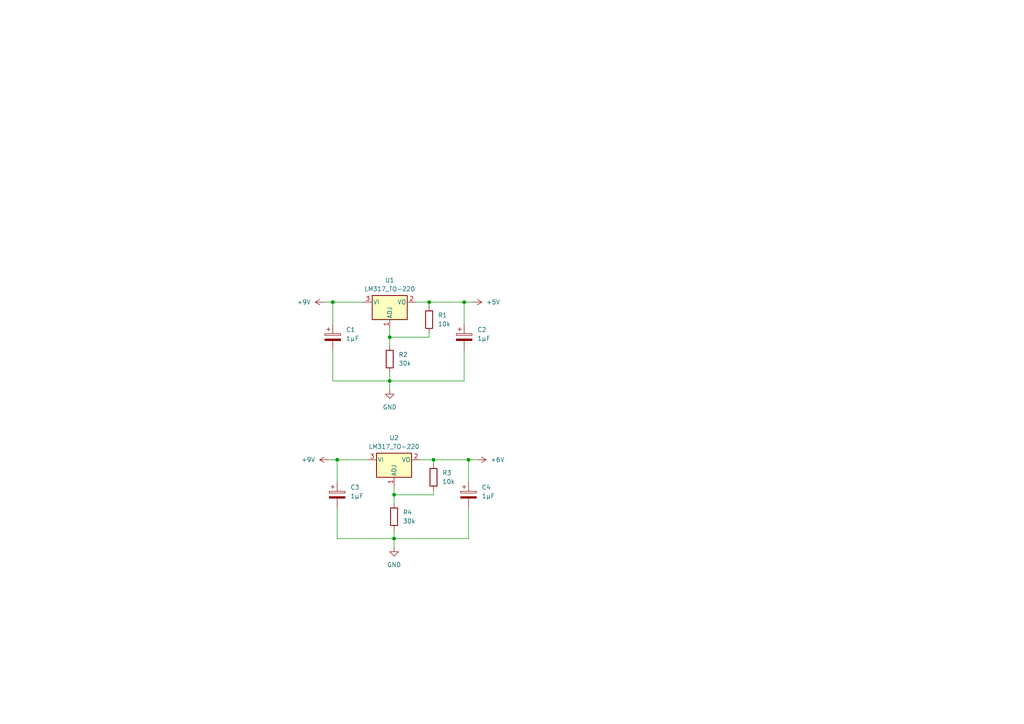
<source format=kicad_sch>
(kicad_sch (version 20231120) (generator "eeschema") (generator_version "8.0")
  (paper "A4")
  (lib_symbols
    (symbol "Device:C_Polarized" (pin_numbers hide) (pin_names (offset 0.254))
      (property "Reference" "C" (at 0.635 2.54 0))
      (property "Value" "C_Polarized" (at 0.635 -2.54 0))
      (symbol "C_Polarized_0_1"
        (rectangle (start -2.286 0.508) (end 2.286 1.016))
        (polyline (pts (xy -1.778 2.286) (xy -0.762 2.286)))
        (polyline (pts (xy -1.27 2.794) (xy -1.27 1.778)))
        (rectangle (start 2.286 -0.508) (end -2.286 -1.016) (fill (type outline)))
      )
      (symbol "C_Polarized_1_1"
        (pin passive line (at 0 3.81 270) (length 2.794) (name "~") (number "1"))
        (pin passive line (at 0 -3.81 90) (length 2.794) (name "~") (number "2"))
      )
    )
    (symbol "Device:R" (pin_numbers hide) (pin_names (offset 0))
      (property "Reference" "R" (at 2.032 0 90))
      (property "Value" "R" (at 0 0 90))
      (symbol "R_0_1"
        (rectangle (start -1.016 -2.54) (end 1.016 2.54) (stroke (width 0.254)))
      )
      (symbol "R_1_1"
        (pin passive line (at 0 3.81 270) (length 1.27) (name "~") (number "1"))
        (pin passive line (at 0 -3.81 90) (length 1.27) (name "~") (number "2"))
      )
    )
    (symbol "Regulator_Linear:LM317_TO-220" (pin_names (offset 0.254))
      (property "Reference" "U" (at -3.81 3.175 0))
      (property "Value" "LM317_TO-220" (at 0 3.175 0))
      (symbol "LM317_TO-220_0_1"
        (rectangle (start -5.08 1.905) (end 5.08 -5.08) (stroke (width 0.254)) (fill (type background)))
      )
      (symbol "LM317_TO-220_1_1"
        (pin input line (at 0 -7.62 90) (length 2.54) (name "ADJ") (number "1"))
        (pin power_out line (at 7.62 0 180) (length 2.54) (name "VO") (number "2"))
        (pin power_in line (at -7.62 0 0) (length 2.54) (name "VI") (number "3"))
      )
    )
    (symbol "power:+5V" (power) (pin_numbers hide) (pin_names (offset 0) hide)
      (property "Value" "+5V" (at 0 3.556 0))
      (symbol "+5V_0_1"
        (polyline (pts (xy -0.762 1.27) (xy 0 2.54)))
        (polyline (pts (xy 0 0) (xy 0 2.54)))
        (polyline (pts (xy 0 2.54) (xy 0.762 1.27)))
      )
      (symbol "+5V_1_1"
        (pin power_in line (at 0 0 90) (length 0) (name "~") (number "1"))
      )
    )
    (symbol "power:+6V" (power) (pin_numbers hide) (pin_names (offset 0) hide)
      (property "Value" "+6V" (at 0 3.556 0))
      (symbol "+6V_0_1"
        (polyline (pts (xy -0.762 1.27) (xy 0 2.54)))
        (polyline (pts (xy 0 0) (xy 0 2.54)))
        (polyline (pts (xy 0 2.54) (xy 0.762 1.27)))
      )
      (symbol "+6V_1_1"
        (pin power_in line (at 0 0 90) (length 0) (name "~") (number "1"))
      )
    )
    (symbol "power:+9V" (power) (pin_numbers hide) (pin_names (offset 0) hide)
      (property "Value" "+9V" (at 0 3.556 0))
      (symbol "+9V_0_1"
        (polyline (pts (xy -0.762 1.27) (xy 0 2.54)))
        (polyline (pts (xy 0 0) (xy 0 2.54)))
        (polyline (pts (xy 0 2.54) (xy 0.762 1.27)))
      )
      (symbol "+9V_1_1"
        (pin power_in line (at 0 0 90) (length 0) (name "~") (number "1"))
      )
    )
    (symbol "power:GND" (power) (pin_numbers hide) (pin_names (offset 0) hide)
      (property "Value" "GND" (at 0 -3.81 0))
      (symbol "GND_0_1"
        (polyline (pts (xy 0 0) (xy 0 -1.27) (xy 1.27 -1.27) (xy 0 -2.54) (xy -1.27 -1.27) (xy 0 -1.27)))
      )
      (symbol "GND_1_1"
        (pin power_in line (at 0 0 270) (length 0) (name "~") (number "1"))
      )
    )
  )
  (junction (at 96.52 87.63))
  (junction (at 135.89 133.35))
  (junction (at 114.3 156.21))
  (junction (at 124.46 87.63))
  (junction (at 134.62 87.63))
  (junction (at 113.03 110.49))
  (junction (at 114.3 143.51))
  (junction (at 125.73 133.35))
  (junction (at 97.79 133.35))
  (junction (at 113.03 97.79))
  (wire (pts (xy 125.73 143.51) (xy 114.3 143.51)))
  (wire (pts (xy 135.89 133.35) (xy 135.89 139.7)))
  (wire (pts (xy 124.46 87.63) (xy 134.62 87.63)))
  (wire (pts (xy 134.62 87.63) (xy 134.62 93.98)))
  (wire (pts (xy 97.79 147.32) (xy 97.79 156.21)))
  (wire (pts (xy 96.52 101.6) (xy 96.52 110.49)))
  (wire (pts (xy 95.25 133.35) (xy 97.79 133.35)))
  (wire (pts (xy 124.46 97.79) (xy 124.46 96.52)))
  (wire (pts (xy 114.3 156.21) (xy 135.89 156.21)))
  (wire (pts (xy 120.65 87.63) (xy 124.46 87.63)))
  (wire (pts (xy 114.3 153.67) (xy 114.3 156.21)))
  (wire (pts (xy 97.79 156.21) (xy 114.3 156.21)))
  (wire (pts (xy 114.3 143.51) (xy 114.3 146.05)))
  (wire (pts (xy 125.73 134.62) (xy 125.73 133.35)))
  (wire (pts (xy 97.79 133.35) (xy 106.68 133.35)))
  (wire (pts (xy 124.46 88.9) (xy 124.46 87.63)))
  (wire (pts (xy 134.62 87.63) (xy 137.16 87.63)))
  (wire (pts (xy 135.89 147.32) (xy 135.89 156.21)))
  (wire (pts (xy 125.73 133.35) (xy 135.89 133.35)))
  (wire (pts (xy 96.52 87.63) (xy 96.52 93.98)))
  (wire (pts (xy 93.98 87.63) (xy 96.52 87.63)))
  (wire (pts (xy 113.03 110.49) (xy 113.03 113.03)))
  (wire (pts (xy 135.89 133.35) (xy 138.43 133.35)))
  (wire (pts (xy 121.92 133.35) (xy 125.73 133.35)))
  (wire (pts (xy 114.3 156.21) (xy 114.3 158.75)))
  (wire (pts (xy 96.52 87.63) (xy 105.41 87.63)))
  (wire (pts (xy 113.03 95.25) (xy 113.03 97.79)))
  (wire (pts (xy 113.03 110.49) (xy 134.62 110.49)))
  (wire (pts (xy 113.03 97.79) (xy 113.03 100.33)))
  (wire (pts (xy 113.03 107.95) (xy 113.03 110.49)))
  (wire (pts (xy 114.3 140.97) (xy 114.3 143.51)))
  (wire (pts (xy 125.73 143.51) (xy 125.73 142.24)))
  (wire (pts (xy 134.62 101.6) (xy 134.62 110.49)))
  (wire (pts (xy 124.46 97.79) (xy 113.03 97.79)))
  (wire (pts (xy 97.79 133.35) (xy 97.79 139.7)))
  (wire (pts (xy 96.52 110.49) (xy 113.03 110.49)))
  (symbol (lib_id "Regulator_Linear:LM317_TO-220") (at 113.03 87.63 0) (unit 1)
    (property "Reference" "U1" (at 113.03 81.28 0))
    (property "Value" "LM317_TO-220" (at 113.03 83.82 0))
    (property "Footprint" "Package_TO_SOT_THT:TO-220-3_Vertical" (effects (hide yes)))
    (property "Datasheet" "http://www.ti.com/lit/ds/symlink/lm317.pdf" (effects (hide yes)))
    (property "Description" "1.5A 35V Adjustable Linear Regulator, TO-220" (effects (hide yes)))
  )
  (symbol (lib_id "Device:R") (at 113.03 104.14 0) (unit 1)
    (property "Reference" "R2" (at 115.57 102.8699 0) (effects (justify left)))
    (property "Value" "30k" (at 115.57 105.4099 0) (effects (justify left)))
    (property "Description" "Resistor" (effects (hide yes)))
  )
  (symbol (lib_id "power:GND") (at 113.03 113.03 0) (unit 1)
    (property "Reference" "#PWR01" (effects (hide yes)))
    (property "Value" "GND" (at 113.03 118.11 0))
    (property "Description" "Power symbol creates a global label with name \"GND\" , ground" (effects (hide yes)))
  )
  (symbol (lib_id "power:+5V") (at 137.16 87.63 270) (unit 1)
    (property "Reference" "#PWR02" (effects (hide yes)))
    (property "Value" "+5V" (at 140.97 87.6299 90) (effects (justify left)))
    (property "Description" "Power symbol creates a global label with name \"+5V\"" (effects (hide yes)))
  )
  (symbol (lib_id "Device:R") (at 114.3 149.86 0) (unit 1)
    (property "Reference" "R4" (at 116.84 148.5899 0) (effects (justify left)))
    (property "Value" "30k" (at 116.84 151.1299 0) (effects (justify left)))
    (property "Description" "Resistor" (effects (hide yes)))
  )
  (symbol (lib_id "Device:C_Polarized") (at 96.52 97.79 0) (unit 1)
    (property "Reference" "C1" (at 100.33 95.6309 0) (effects (justify left)))
    (property "Value" "1µF" (at 100.33 98.1709 0) (effects (justify left)))
    (property "Description" "Polarized capacitor" (effects (hide yes)))
  )
  (symbol (lib_id "power:GND") (at 114.3 158.75 0) (unit 1)
    (property "Reference" "#PWR05" (effects (hide yes)))
    (property "Value" "GND" (at 114.3 163.83 0))
    (property "Description" "Power symbol creates a global label with name \"GND\" , ground" (effects (hide yes)))
  )
  (symbol (lib_id "power:+9V") (at 93.98 87.63 90) (unit 1)
    (property "Reference" "#PWR03" (effects (hide yes)))
    (property "Value" "+9V" (at 90.17 87.6299 90) (effects (justify left)))
    (property "Description" "Power symbol creates a global label with name \"+9V\"" (effects (hide yes)))
  )
  (symbol (lib_id "power:+9V") (at 95.25 133.35 90) (unit 1)
    (property "Reference" "#PWR04" (effects (hide yes)))
    (property "Value" "+9V" (at 91.44 133.3499 90) (effects (justify left)))
    (property "Description" "Power symbol creates a global label with name \"+9V\"" (effects (hide yes)))
  )
  (symbol (lib_id "Regulator_Linear:LM317_TO-220") (at 114.3 133.35 0) (unit 1)
    (property "Reference" "U2" (at 114.3 127 0))
    (property "Value" "LM317_TO-220" (at 114.3 129.54 0))
    (property "Footprint" "Package_TO_SOT_THT:TO-220-3_Vertical" (effects (hide yes)))
    (property "Datasheet" "http://www.ti.com/lit/ds/symlink/lm317.pdf" (effects (hide yes)))
    (property "Description" "1.5A 35V Adjustable Linear Regulator, TO-220" (effects (hide yes)))
  )
  (symbol (lib_id "Device:C_Polarized") (at 135.89 143.51 0) (unit 1)
    (property "Reference" "C4" (at 139.7 141.3509 0) (effects (justify left)))
    (property "Value" "1µF" (at 139.7 143.8909 0) (effects (justify left)))
    (property "Description" "Polarized capacitor" (effects (hide yes)))
  )
  (symbol (lib_id "Device:C_Polarized") (at 97.79 143.51 0) (unit 1)
    (property "Reference" "C3" (at 101.6 141.3509 0) (effects (justify left)))
    (property "Value" "1µF" (at 101.6 143.8909 0) (effects (justify left)))
    (property "Description" "Polarized capacitor" (effects (hide yes)))
  )
  (symbol (lib_id "Device:C_Polarized") (at 134.62 97.79 0) (unit 1)
    (property "Reference" "C2" (at 138.43 95.6309 0) (effects (justify left)))
    (property "Value" "1µF" (at 138.43 98.1709 0) (effects (justify left)))
    (property "Description" "Polarized capacitor" (effects (hide yes)))
  )
  (symbol (lib_id "Device:R") (at 124.46 92.71 0) (unit 1)
    (property "Reference" "R1" (at 127 91.4399 0) (effects (justify left)))
    (property "Value" "10k" (at 127 93.9799 0) (effects (justify left)))
    (property "Description" "Resistor" (effects (hide yes)))
  )
  (symbol (lib_id "power:+6V") (at 138.43 133.35 270) (unit 1)
    (property "Reference" "#PWR06" (effects (hide yes)))
    (property "Value" "+6V" (at 142.24 133.3499 90) (effects (justify left)))
    (property "Description" "Power symbol creates a global label with name \"+6V\"" (effects (hide yes)))
  )
  (symbol (lib_id "Device:R") (at 125.73 138.43 0) (unit 1)
    (property "Reference" "R3" (at 128.27 137.1599 0) (effects (justify left)))
    (property "Value" "10k" (at 128.27 139.6999 0) (effects (justify left)))
    (property "Description" "Resistor" (effects (hide yes)))
  )
)
</source>
